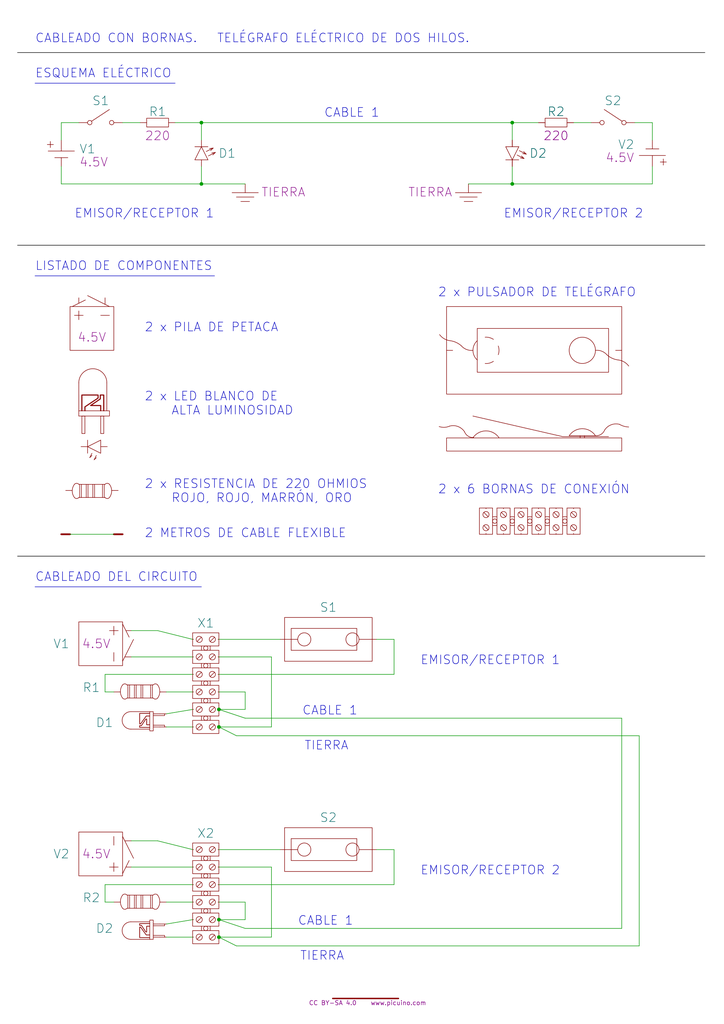
<source format=kicad_sch>
(kicad_sch (version 20211123) (generator eeschema)
  (paper "A4" portrait)
  (title_block (title "Circuitos eléctricos. Cableado con bornas.") (date "14/12/2018") (company "www.picuino.com") (comment 1 "Copyright (c) 2018 by Carlos Pardo") (comment 2 "License CC BY-SA 4.0"))
  (lib_symbols
    (symbol "electric-bornas-telegrafo-rescue:CopyRight-simbolos" (pin_names (offset 1.016))
      (property "License" "Licencia CC BY-SA 4.0" (at 9.525 5.715 0))
      (property "Author" "Carlos Pardo" (at 7.62 3.81 0))
      (property "Date" "© 2018" (at -1.27 3.81 0))
      (property "Web" "www.picuino.com" (at 9.525 1.905 0))
      (symbol "CopyRight-simbolos_0_1"
        (polyline (pts (xy 0 0) (xy 19.05 0)) (stroke (width 0.4064)))
      )
    )
    (symbol "electric-bornas-telegrafo-rescue:LED_pack-simbolos" (pin_names (offset 1.016))
      (property "Reference" "D" (at 8.89 5.08 0))
      (symbol "LED_pack-simbolos_0_1"
        (polyline (pts (xy 0 0) (xy 0 9.652)))
        (polyline (pts (xy 2.54 -8.89) (xy 0.635 -8.89)))
        (polyline (pts (xy 2.54 -6.985) (xy 2.54 -10.795)))
        (polyline (pts (xy 3.175 -12.065) (xy 3.81 -11.43)))
        (polyline (pts (xy 3.81 -10.795) (xy 3.175 -12.065)))
        (polyline (pts (xy 4.445 -12.7) (xy 5.08 -12.065)))
        (polyline (pts (xy 5.08 -11.43) (xy 4.445 -12.7)))
        (polyline (pts (xy 6.35 -8.89) (xy 8.255 -8.89)))
        (polyline (pts (xy 8.128 1.524) (xy 8.128 9.652)))
        (polyline (pts (xy 0 1.524) (xy 8.89 1.524) (xy 8.89 0) (xy 0 0)))
        (polyline (pts (xy 6.35 -6.985) (xy 6.35 -10.795) (xy 2.54 -8.89) (xy 6.35 -6.985)))
        (polyline (pts (xy 0.889 1.524) (xy 0.889 6.096) (xy 5.588 6.096) (xy 5.588 5.207) (xy 1.778 2.667) (xy 1.778 1.524)) (stroke (width 0.3048)))
        (polyline (pts (xy 7.239 1.524) (xy 7.239 6.096) (xy 6.223 6.096) (xy 6.223 4.953) (xy 3.429 3.048) (xy 6.35 3.048) (xy 6.35 1.524)) (stroke (width 0.3048)))
        (rectangle (start 0.889 0) (end 1.778 -5.08))
        (rectangle (start 6.35 0) (end 7.239 -5.08))
        (arc (start 8.128 9.652) (mid 4.064 13.716) (end 0 9.652))
      )
    )
    (symbol "electric-bornas-telegrafo-rescue:LED_pack_5mm-simbolos" (pin_names (offset 1.016))
      (property "Reference" "D" (at 5.08 7.62 0))
      (symbol "LED_pack_5mm-simbolos_0_1"
        (polyline (pts (xy -0.635 10.287) (xy -0.635 4.826)))
        (polyline (pts (xy 0 1.905) (xy 0 3.81)))
        (polyline (pts (xy 3.81 1.905) (xy 3.81 3.81)))
        (polyline (pts (xy 4.445 10.287) (xy 4.445 4.826)))
        (polyline (pts (xy 0 0.508) (xy 0.508 0.508) (xy 0.508 3.81)))
        (polyline (pts (xy 3.81 0.508) (xy 3.302 0.508) (xy 3.302 3.81)))
        (polyline (pts (xy -0.127 4.826) (xy -0.127 7.747) (xy 2.921 7.747) (xy 2.921 7.493) (xy 0.635 5.842) (xy 0.635 4.826)) (stroke (width 0.2032)))
        (polyline (pts (xy 4.445 4.826) (xy -0.635 4.826) (xy -0.635 3.81) (xy 4.953 3.81) (xy 4.953 4.826) (xy 4.445 4.826)))
        (polyline (pts (xy 3.937 4.826) (xy 3.937 7.747) (xy 3.429 7.747) (xy 3.429 7.239) (xy 1.524 5.969) (xy 1.524 5.715) (xy 3.175 5.715) (xy 3.175 4.826)) (stroke (width 0.2032)))
        (arc (start 4.445 10.287) (mid 1.905 12.827) (end -0.635 10.287))
      )
      (symbol "LED_pack_5mm-simbolos_1_1"
        (pin input line (at 0 0 90) (length 1.905) (name "") (number ""))
        (pin input line (at 3.81 0 90) (length 1.905) (name "") (number ""))
      )
    )
    (symbol "electric-bornas-telegrafo-rescue:Pila-simbolos" (pin_names (offset 1.016))
      (property "Reference" "V" (at 5.08 -4.445 0))
      (symbol "Pila-simbolos_0_1"
        (polyline (pts (xy -4.064 -1.27) (xy -2.286 -1.27)))
        (polyline (pts (xy -3.81 -3.175) (xy 3.81 -3.175)))
        (polyline (pts (xy -3.175 -0.381) (xy -3.175 -2.159)))
        (polyline (pts (xy -1.905 -5.08) (xy 1.905 -5.08)))
      )
      (symbol "Pila-simbolos_1_1"
        (pin input line (at 0 -7.62 90) (length 2.54) (name "") (number ""))
        (pin input line (at 0 0 270) (length 3.175) (name "") (number ""))
      )
    )
    (symbol "electric-bornas-telegrafo-rescue:borna_6x2-simbolos" (pin_names (offset 1.016))
      (property "Reference" "X" (at 3.81 3.81 0))
      (symbol "borna_6x2-simbolos_0_1"
        (rectangle (start 0 -23.495) (end 7.62 -27.305))
        (rectangle (start 0 -18.415) (end 7.62 -22.225))
        (rectangle (start 0 -13.335) (end 7.62 -17.145))
        (rectangle (start 0 -8.255) (end 7.62 -12.065))
        (rectangle (start 0 -3.175) (end 7.62 -6.985))
        (polyline (pts (xy 1.27 -26.035) (xy 2.54 -24.765)))
        (polyline (pts (xy 1.27 -20.955) (xy 2.54 -19.685)))
        (polyline (pts (xy 1.27 -15.875) (xy 2.54 -14.605)))
        (polyline (pts (xy 1.27 -10.795) (xy 2.54 -9.525)))
        (polyline (pts (xy 1.27 -5.715) (xy 2.54 -4.445)))
        (polyline (pts (xy 1.27 -0.635) (xy 2.54 0.635)))
        (polyline (pts (xy 2.54 -23.495) (xy 2.54 -22.225)))
        (polyline (pts (xy 2.54 -18.415) (xy 2.54 -17.145)))
        (polyline (pts (xy 2.54 -13.335) (xy 2.54 -12.065)))
        (polyline (pts (xy 2.54 -8.255) (xy 2.54 -6.985)))
        (polyline (pts (xy 2.54 -3.175) (xy 2.54 -1.905)))
        (polyline (pts (xy 5.08 -26.035) (xy 6.35 -24.765)))
        (polyline (pts (xy 5.08 -23.495) (xy 5.08 -22.225)))
        (polyline (pts (xy 5.08 -20.955) (xy 6.35 -19.685)))
        (polyline (pts (xy 5.08 -18.415) (xy 5.08 -17.145)))
        (polyline (pts (xy 5.08 -15.875) (xy 6.35 -14.605)))
        (polyline (pts (xy 5.08 -13.335) (xy 5.08 -12.065)))
        (polyline (pts (xy 5.08 -10.795) (xy 6.35 -9.525)))
        (polyline (pts (xy 5.08 -8.255) (xy 5.08 -6.985)))
        (polyline (pts (xy 5.08 -5.715) (xy 6.35 -4.445)))
        (polyline (pts (xy 5.08 -3.175) (xy 5.08 -1.905)))
        (polyline (pts (xy 5.08 -0.635) (xy 6.35 0.635)))
        (rectangle (start 0 1.905) (end 7.62 -1.905))
        (circle (center 1.905 -25.4) (radius 0.889))
        (circle (center 1.905 -20.32) (radius 0.889))
        (circle (center 1.905 -15.24) (radius 0.889))
        (circle (center 1.905 -10.16) (radius 0.889))
        (circle (center 1.905 -5.08) (radius 0.889))
        (circle (center 1.905 0) (radius 0.889))
        (circle (center 3.81 -22.86) (radius 0.635))
        (circle (center 3.81 -17.78) (radius 0.635))
        (circle (center 3.81 -12.7) (radius 0.635))
        (circle (center 3.81 -7.62) (radius 0.635))
        (circle (center 3.81 -2.54) (radius 0.635))
        (circle (center 5.715 -25.4) (radius 0.889))
        (circle (center 5.715 -20.32) (radius 0.889))
        (circle (center 5.715 -15.24) (radius 0.889))
        (circle (center 5.715 -10.16) (radius 0.889))
        (circle (center 5.715 -5.08) (radius 0.889))
        (circle (center 5.715 0) (radius 0.889))
      )
      (symbol "borna_6x2-simbolos_1_1"
        (pin input line (at 0 -25.4 0) (length 0.254) (name "") (number ""))
        (pin input line (at 0 -20.32 0) (length 0.254) (name "") (number ""))
        (pin input line (at 0 -15.24 0) (length 0.254) (name "") (number ""))
        (pin input line (at 0 -10.16 0) (length 0.254) (name "") (number ""))
        (pin input line (at 0 -5.08 0) (length 0.254) (name "") (number ""))
        (pin input line (at 0 0 0) (length 0.254) (name "") (number ""))
        (pin input line (at 7.62 -25.4 180) (length 0.254) (name "") (number ""))
        (pin input line (at 7.62 -20.32 180) (length 0.254) (name "") (number ""))
        (pin input line (at 7.62 -15.24 180) (length 0.254) (name "") (number ""))
        (pin input line (at 7.62 -10.16 180) (length 0.254) (name "") (number ""))
        (pin input line (at 7.62 -5.08 180) (length 0.254) (name "") (number ""))
        (pin input line (at 7.62 0 180) (length 0.254) (name "") (number ""))
      )
    )
    (symbol "electric-bornas-telegrafo-rescue:cable-simbolos" (pin_names (offset 1.016))
      (symbol "cable-simbolos_0_1"
        (polyline (pts (xy 0 0) (xy 2.54 0)) (stroke (width 0.508)))
      )
      (symbol "cable-simbolos_1_1"
        (pin input line (at 0 0 0) (length 1.778) (name "") (number ""))
        (pin input line (at 2.54 0 180) (length 1.778) (name "") (number ""))
      )
    )
    (symbol "electric-bornas-telegrafo-rescue:diodo_led-simbolos" (pin_names (offset 1.016))
      (property "Reference" "D" (at 5.08 -3.81 0))
      (symbol "diodo_led-simbolos_0_1"
        (polyline (pts (xy 1.397 -4.318) (xy 3.429 -5.334)))
        (polyline (pts (xy 1.905 -5.715) (xy -1.905 -5.715)))
        (polyline (pts (xy 2.032 -3.048) (xy 4.064 -4.064)))
        (polyline (pts (xy 3.429 -5.334) (xy 2.3622 -5.1816)))
        (polyline (pts (xy 3.429 -5.334) (xy 2.667 -4.572)))
        (polyline (pts (xy 4.064 -4.064) (xy 2.9972 -3.9116)))
        (polyline (pts (xy 4.064 -4.064) (xy 3.302 -3.302)))
        (polyline (pts (xy 1.905 -1.905) (xy -1.905 -1.905) (xy 0 -5.715) (xy 1.905 -1.905)))
      )
      (symbol "diodo_led-simbolos_1_1"
        (pin input line (at 0 -7.62 90) (length 1.905) (name "") (number ""))
        (pin input line (at 0 0 270) (length 1.905) (name "") (number ""))
      )
    )
    (symbol "electric-bornas-telegrafo-rescue:pila_petaca-simbolos" (pin_names (offset 1.016))
      (property "Reference" "V" (at 11.43 -8.89 0))
      (property "V" "4.5V" (at 3.81 -12.7 0))
      (symbol "pila_petaca-simbolos_0_1"
        (rectangle (start -2.54 -2.54) (end 10.16 -15.24))
        (polyline (pts (xy -1.27 -5.08) (xy 1.27 -5.08)))
        (polyline (pts (xy -1.27 -2.54) (xy 5.08 0.635)))
        (polyline (pts (xy 7.62 -3.81) (xy 7.62 -6.35)))
        (polyline (pts (xy 8.89 -5.08) (xy 6.35 -5.08)))
        (polyline (pts (xy 9.525 -2.54) (xy 5.715 -0.635)))
      )
      (symbol "pila_petaca-simbolos_1_1"
        (pin input line (at 0 0 270) (length 1.905) (name "") (number ""))
        (pin input line (at 7.62 0 270) (length 1.524) (name "") (number ""))
      )
    )
    (symbol "electric-bornas-telegrafo-rescue:pulsador_telegrafo-simbolos" (pin_names (offset 1.016))
      (property "Reference" "S" (at 1.905 9.525 0))
      (symbol "pulsador_telegrafo-simbolos_0_1"
        (arc (start -2.159 -22.098) (mid -0.6222 -22.3214) (end 0.889 -21.971))
        (arc (start -2.032 4.572) (mid -0.6938 3.3613) (end 1.016 2.794))
        (rectangle (start 0 -25.4) (end 50.8 -29.21))
        (rectangle (start 0 -12.7) (end 50.8 12.7))
        (polyline (pts (xy 35.56 -24.765) (xy 43.18 -24.765)))
        (polyline (pts (xy 38.735 -24.765) (xy 38.735 -25.4)))
        (polyline (pts (xy 40.005 -24.765) (xy 40.005 -25.4)))
        (polyline (pts (xy 46.99 -25.019) (xy 33.655 -25.019) (xy 7.62 -19.05)))
        (arc (start 4.318 1.27) (mid 2.7858 2.2873) (end 1.016 2.794))
        (arc (start 4.318 1.27) (mid 5.8179 0.2354) (end 7.62 0))
        (arc (start 5.207 -23.622) (mid 3.3153 -22.0965) (end 0.889 -21.971))
        (arc (start 5.207 -23.622) (mid 6.2653 -24.8988) (end 7.874 -25.273))
        (arc (start 8.89 2.794) (mid 7.654 0) (end 8.89 -2.794))
        (rectangle (start 8.89 6.35) (end 46.99 -6.35))
        (arc (start 11.176 -3.81) (mid 12.4376 -3.6997) (end 13.589 -3.175))
        (arc (start 13.589 3.175) (mid 12.4359 3.6931) (end 11.176 3.81))
        (arc (start 14.986 -1.27) (mid 15.206 0) (end 14.986 1.27))
        (arc (start 15.24 -25.4) (mid 11.43 -23.3609) (end 7.62 -25.4))
        (circle (center 39.37 0) (radius 3.81))
        (arc (start 43.18 -24.765) (mid 39.37 -22.7259) (end 35.56 -24.765))
        (arc (start 43.18 -24.765) (mid 44.777 -24.3721) (end 45.847 -23.114))
        (arc (start 46.482 -1.27) (mid 44.9821 -0.2354) (end 43.18 0))
        (arc (start 46.482 -1.27) (mid 48.0142 -2.2873) (end 49.784 -2.794))
        (arc (start 50.165 -21.463) (mid 47.7394 -21.5904) (end 45.847 -23.114))
        (arc (start 50.165 -21.463) (mid 51.4494 -22.0148) (end 52.832 -22.225))
        (arc (start 52.832 -4.572) (mid 51.4938 -3.3613) (end 49.784 -2.794))
      )
      (symbol "pulsador_telegrafo-simbolos_1_1"
        (pin input line (at 0 0 0) (length 1.778) (name "") (number ""))
        (pin input line (at 50.8 0 180) (length 1.778) (name "") (number ""))
      )
    )
    (symbol "electric-bornas-telegrafo-rescue:pulsador_telegrafo_2-simbolos" (pin_names (offset 1.016))
      (property "Reference" "S" (at 14.605 8.255 0))
      (symbol "pulsador_telegrafo_2-simbolos_0_1"
        (rectangle (start 1.27 6.35) (end 26.67 -6.35))
        (rectangle (start 5.715 3.175) (end 24.765 -3.175))
        (circle (center 6.985 0) (radius 1.905))
        (circle (center 20.955 0) (radius 1.905))
      )
      (symbol "pulsador_telegrafo_2-simbolos_1_1"
        (pin input line (at 0 0 0) (length 5.08) (name "") (number ""))
        (pin input line (at 27.94 0 180) (length 5.08) (name "") (number ""))
      )
    )
    (symbol "electric-bornas-telegrafo-rescue:resistencia-simbolos" (pin_names (offset 1.016))
      (property "Reference" "R" (at 1.905 -5.08 0))
      (symbol "resistencia-simbolos_0_1"
        (rectangle (start -1.27 -1.905) (end 1.27 -8.255))
      )
      (symbol "resistencia-simbolos_1_1"
        (pin input line (at 0 -10.16 90) (length 1.905) (name "") (number ""))
        (pin input line (at 0 0 270) (length 1.905) (name "") (number ""))
      )
    )
    (symbol "electric-bornas-telegrafo-rescue:resistencia_pack-simbolos" (pin_names (offset 1.016))
      (property "Reference" "R" (at 6.35 3.81 0))
      (property "R" "100" (at 6.985 3.81 0))
      (symbol "resistencia_pack-simbolos_0_1"
        (polyline (pts (xy 3.81 -2.032) (xy 11.43 -2.032)))
        (polyline (pts (xy 3.81 1.778) (xy 11.43 1.778)))
        (polyline (pts (xy 4.064 1.778) (xy 4.064 -2.032)))
        (polyline (pts (xy 4.572 1.778) (xy 4.572 -2.032)))
        (polyline (pts (xy 5.969 1.778) (xy 5.969 -2.032)))
        (polyline (pts (xy 6.477 1.778) (xy 6.477 -2.032)))
        (polyline (pts (xy 7.874 1.778) (xy 7.874 -2.032)))
        (polyline (pts (xy 8.382 1.778) (xy 8.382 -2.032)))
        (polyline (pts (xy 10.668 1.778) (xy 10.668 -2.032)))
        (polyline (pts (xy 11.176 1.778) (xy 11.176 -2.032)))
        (arc (start 2.54 -2.032) (mid 3.175 -2.3372) (end 3.81 -2.032))
        (arc (start 2.54 1.778) (mid 1.905 -0.127) (end 2.54 -2.032))
        (arc (start 3.81 1.778) (mid 3.175 2.0832) (end 2.54 1.778))
        (arc (start 11.43 -2.032) (mid 12.065 -2.3372) (end 12.7 -2.032))
        (arc (start 12.7 -2.032) (mid 13.335 -0.127) (end 12.7 1.778))
        (arc (start 12.7 1.778) (mid 12.065 2.0832) (end 11.43 1.778))
      )
      (symbol "resistencia_pack-simbolos_1_1"
        (pin input line (at 0 0 0) (length 1.905) (name "") (number ""))
        (pin input line (at 15.24 0 180) (length 1.905) (name "") (number ""))
      )
    )
    (symbol "electric-bornas-telegrafo-rescue:switch-simbolos" (pin_names (offset 1.016))
      (property "Reference" "S" (at 4.445 3.175 0))
      (symbol "switch-simbolos_0_0"
        (polyline (pts (xy 8.89 3.81) (xy 3.683 0.381)))
        (circle (center 3.175 0) (radius 0.635))
        (circle (center 9.525 0) (radius 0.635))
      )
      (symbol "switch-simbolos_1_1"
        (pin input line (at 0 0 0) (length 2.54) (name "") (number ""))
        (pin input line (at 12.7 0 180) (length 2.54) (name "") (number ""))
      )
    )
    (symbol "electric-bornas-telegrafo-rescue:tierra-simbolos" (pin_names (offset 1.016))
      (symbol "tierra-simbolos_0_0"
        (polyline (pts (xy -3.81 -2.54) (xy 3.81 -2.54)))
        (polyline (pts (xy -2.54 -3.81) (xy 2.54 -3.81)))
        (polyline (pts (xy -1.27 -5.08) (xy 1.27 -5.08)))
      )
      (symbol "tierra-simbolos_1_1"
        (pin input line (at 0 0 270) (length 2.54) (name "") (number ""))
      )
    )
  )
  (junction (at 58.42 53.34))
  (junction (at 148.59 53.34))
  (junction (at 148.59 35.56))
  (junction (at 63.5 266.7))
  (junction (at 63.5 205.74))
  (junction (at 63.5 271.78))
  (junction (at 63.5 210.82))
  (junction (at 58.42 35.56))
  (wire (pts (xy 17.78 53.34) (xy 58.42 53.34)))
  (wire (pts (xy 38.1 251.46) (xy 55.88 251.46)))
  (wire (pts (xy 55.88 266.7) (xy 48.26 267.97)))
  (wire (pts (xy 63.5 266.7) (xy 71.12 269.24)))
  (wire (pts (xy 30.48 200.66) (xy 33.02 200.66)))
  (wire (pts (xy 71.12 200.66) (xy 71.12 205.74)))
  (wire (pts (xy 63.5 185.42) (xy 81.28 185.42)))
  (wire (pts (xy 68.58 274.32) (xy 185.42 274.32)))
  (wire (pts (xy 71.12 261.62) (xy 71.12 266.7)))
  (wire (pts (xy 58.42 53.34) (xy 71.12 53.34)))
  (wire (pts (xy 58.42 40.64) (xy 58.42 35.56)))
  (polyline (pts (xy 5.08 161.29) (xy 204.47 161.29)) (stroke (width 0) (type solid) (color 0 0 0 1)))
  (wire (pts (xy 38.1 243.84) (xy 45.72 243.84)))
  (wire (pts (xy 189.23 35.56) (xy 184.15 35.56)))
  (wire (pts (xy 78.74 210.82) (xy 78.74 190.5)))
  (wire (pts (xy 48.26 200.66) (xy 55.88 200.66)))
  (wire (pts (xy 63.5 210.82) (xy 68.58 213.36)))
  (wire (pts (xy 63.5 195.58) (xy 114.3 195.58)))
  (wire (pts (xy 30.48 261.62) (xy 33.02 261.62)))
  (polyline (pts (xy 10.16 170.18) (xy 58.42 170.18)) (stroke (width 0) (type solid)))
  (wire (pts (xy 50.8 35.56) (xy 58.42 35.56)))
  (wire (pts (xy 185.42 274.32) (xy 185.42 213.36)))
  (wire (pts (xy 38.1 190.5) (xy 55.88 190.5)))
  (wire (pts (xy 30.48 256.54) (xy 55.88 256.54)))
  (polyline (pts (xy 10.16 24.13) (xy 50.8 24.13)) (stroke (width 0) (type solid)))
  (wire (pts (xy 189.23 48.26) (xy 189.23 53.34)))
  (wire (pts (xy 20.32 154.94) (xy 33.02 154.94)))
  (wire (pts (xy 63.5 205.74) (xy 71.12 208.28)))
  (wire (pts (xy 45.72 182.88) (xy 55.88 185.42)))
  (wire (pts (xy 189.23 53.34) (xy 148.59 53.34)))
  (wire (pts (xy 171.45 35.56) (xy 166.37 35.56)))
  (wire (pts (xy 45.72 243.84) (xy 55.88 246.38)))
  (wire (pts (xy 148.59 40.64) (xy 148.59 35.56)))
  (wire (pts (xy 71.12 208.28) (xy 180.34 208.28)))
  (wire (pts (xy 63.5 246.38) (xy 81.28 246.38)))
  (polyline (pts (xy 5.08 15.24) (xy 204.47 15.24)) (stroke (width 0) (type solid) (color 0 0 0 1)))
  (wire (pts (xy 180.34 269.24) (xy 180.34 208.28)))
  (wire (pts (xy 114.3 246.38) (xy 109.22 246.38)))
  (wire (pts (xy 63.5 261.62) (xy 71.12 261.62)))
  (wire (pts (xy 114.3 185.42) (xy 109.22 185.42)))
  (polyline (pts (xy 10.16 80.01) (xy 62.23 80.01)) (stroke (width 0) (type solid)))
  (wire (pts (xy 58.42 53.34) (xy 58.42 48.26)))
  (wire (pts (xy 63.5 200.66) (xy 71.12 200.66)))
  (wire (pts (xy 58.42 35.56) (xy 148.59 35.56)))
  (wire (pts (xy 78.74 251.46) (xy 63.5 251.46)))
  (wire (pts (xy 48.26 271.78) (xy 55.88 271.78)))
  (wire (pts (xy 148.59 53.34) (xy 148.59 48.26)))
  (wire (pts (xy 30.48 195.58) (xy 55.88 195.58)))
  (wire (pts (xy 17.78 35.56) (xy 22.86 35.56)))
  (wire (pts (xy 17.78 48.26) (xy 17.78 53.34)))
  (wire (pts (xy 35.56 35.56) (xy 40.64 35.56)))
  (wire (pts (xy 71.12 266.7) (xy 63.5 266.7)))
  (wire (pts (xy 156.21 35.56) (xy 148.59 35.56)))
  (wire (pts (xy 68.58 213.36) (xy 185.42 213.36)))
  (wire (pts (xy 114.3 195.58) (xy 114.3 185.42)))
  (wire (pts (xy 71.12 205.74) (xy 63.5 205.74)))
  (wire (pts (xy 71.12 269.24) (xy 180.34 269.24)))
  (wire (pts (xy 17.78 35.56) (xy 17.78 40.64)))
  (wire (pts (xy 63.5 271.78) (xy 78.74 271.78)))
  (wire (pts (xy 38.1 182.88) (xy 45.72 182.88)))
  (wire (pts (xy 189.23 35.56) (xy 189.23 40.64)))
  (wire (pts (xy 114.3 256.54) (xy 114.3 246.38)))
  (wire (pts (xy 30.48 195.58) (xy 30.48 200.66)))
  (wire (pts (xy 78.74 190.5) (xy 63.5 190.5)))
  (wire (pts (xy 63.5 256.54) (xy 114.3 256.54)))
  (wire (pts (xy 30.48 256.54) (xy 30.48 261.62)))
  (wire (pts (xy 148.59 53.34) (xy 135.89 53.34)))
  (wire (pts (xy 78.74 271.78) (xy 78.74 251.46)))
  (polyline (pts (xy 5.08 71.12) (xy 204.47 71.12)) (stroke (width 0) (type solid) (color 0 0 0 1)))
  (wire (pts (xy 48.26 261.62) (xy 55.88 261.62)))
  (wire (pts (xy 55.88 205.74) (xy 48.26 207.01)))
  (wire (pts (xy 63.5 210.82) (xy 78.74 210.82)))
  (wire (pts (xy 63.5 271.78) (xy 68.58 274.32)))
  (wire (pts (xy 48.26 210.82) (xy 55.88 210.82)))
  (text "EMISOR/RECEPTOR 1" (at 121.92 193.04 0) (effects (font (size 2.54 2.54)) (justify left bottom)))
  (text "CABLE 1" (at 86.36 268.605 0) (effects (font (size 2.54 2.54)) (justify left bottom)))
  (text "CABLEADO DEL CIRCUITO" (at 10.16 168.91 0) (effects (font (size 2.54 2.54)) (justify left bottom)))
  (text "CABLEADO CON BORNAS.   TELÉGRAFO ELÉCTRICO DE DOS HILOS." (at 10.16 12.7 0) (effects (font (size 2.54 2.54)) (justify left bottom)))
  (text "EMISOR/RECEPTOR 2" (at 146.05 63.5 0) (effects (font (size 2.54 2.54)) (justify left bottom)))
  (text "ESQUEMA ELÉCTRICO" (at 10.16 22.86 0) (effects (font (size 2.54 2.54)) (justify left bottom)))
  (text "CABLE 1" (at 93.98 34.29 0) (effects (font (size 2.54 2.54)) (justify left bottom)))
  (text "TIERRA" (at 88.265 217.805 0) (effects (font (size 2.54 2.54)) (justify left bottom)))
  (text "LISTADO DE COMPONENTES" (at 10.16 78.74 0) (effects (font (size 2.54 2.54)) (justify left bottom)))
  (text "CABLE 1" (at 87.63 207.645 0) (effects (font (size 2.54 2.54)) (justify left bottom)))
  (text "2 x RESISTENCIA DE 220 OHMIOS\n    ROJO, ROJO, MARRÓN, ORO" (at 41.91 146.05 0) (effects (font (size 2.54 2.54)) (justify left bottom)))
  (text "2 x PILA DE PETACA" (at 41.91 96.52 0) (effects (font (size 2.54 2.54)) (justify left bottom)))
  (text "TIERRA" (at 86.995 278.765 0) (effects (font (size 2.54 2.54)) (justify left bottom)))
  (text "2 x PULSADOR DE TELÉGRAFO" (at 127 86.36 0) (effects (font (size 2.54 2.54)) (justify left bottom)))
  (text "EMISOR/RECEPTOR 2" (at 121.92 254 0) (effects (font (size 2.54 2.54)) (justify left bottom)))
  (text "2 x 6 BORNAS DE CONEXIÓN" (at 127 143.51 0) (effects (font (size 2.54 2.54)) (justify left bottom)))
  (text "2 x LED BLANCO DE \n    ALTA LUMINOSIDAD" (at 41.91 120.65 0) (effects (font (size 2.54 2.54)) (justify left bottom)))
  (text "2 METROS DE CABLE FLEXIBLE" (at 41.91 156.21 0) (effects (font (size 2.54 2.54)) (justify left bottom)))
  (text "EMISOR/RECEPTOR 1" (at 21.59 63.5 0) (effects (font (size 2.54 2.54)) (justify left bottom)))
  (symbol (lib_id "electric-bornas-telegrafo-rescue:CopyRight-simbolos") (at 96.52 289.56 0) (unit 1)
    (property "Reference" "CP1" (effects hide))
    (property "Value" "CopyRight" (effects hide))
    (property "License" "CC BY-SA 4.0" (at 96.52 290.83 0))
    (property "Web" "www.picuino.com" (at 115.57 290.83 0))
  )
  (symbol (lib_id "electric-bornas-telegrafo-rescue:Pila-simbolos") (at 17.78 40.64 0) (unit 1)
    (property "Reference" "V1" (at 22.86 43.18 0) (effects (font (size 2.54 2.54)) (justify left)))
    (property "Value" "Pila" (effects hide))
    (property "V" "4.5V" (at 22.86 46.99 0) (effects (font (size 2.54 2.54)) (justify left)))
  )
  (symbol (lib_id "electric-bornas-telegrafo-rescue:LED_pack_5mm-simbolos") (at 48.26 207.01 90) (mirror x) (unit 1)
    (property "Reference" "D1" (at 33.02 209.55 90) (effects (font (size 2.54 2.54)) (justify left)))
    (property "Value" "LED_pack_5mm" (effects hide))
  )
  (symbol (lib_id "electric-bornas-telegrafo-rescue:diodo_led-simbolos") (at 58.42 48.26 0) (mirror x) (unit 1)
    (property "Reference" "D1" (at 63.1952 44.45 0) (effects (font (size 2.54 2.54)) (justify left)))
    (property "Value" "diodo_led" (effects hide))
  )
  (symbol (lib_id "electric-bornas-telegrafo-rescue:switch-simbolos") (at 22.86 35.56 0) (unit 1)
    (property "Reference" "S1" (at 29.21 29.21 0) (effects (font (size 2.54 2.54))))
    (property "Value" "switch" (effects hide))
  )
  (symbol (lib_id "electric-bornas-telegrafo-rescue:resistencia_pack-simbolos") (at 33.02 200.66 0) (mirror x) (unit 1)
    (property "Reference" "R1" (at 29.21 199.39 0) (effects (font (size 2.54 2.54)) (justify right)))
    (property "Value" "resistencia_pack" (effects hide))
    (property "R" "100" (effects hide))
  )
  (symbol (lib_id "electric-bornas-telegrafo-rescue:resistencia-simbolos") (at 40.64 35.56 90) (unit 1)
    (property "Reference" "R1" (at 45.72 32.385 90) (effects (font (size 2.54 2.54))))
    (property "Value" "resistencia" (effects hide))
    (property "R" "220" (at 45.72 39.37 90) (effects (font (size 2.54 2.54))))
  )
  (symbol (lib_id "electric-bornas-telegrafo-rescue:cable-simbolos") (at 33.02 154.94 0) (unit 1)
    (property "Reference" "L?" (effects hide))
    (property "Value" "cable" (effects hide))
  )
  (symbol (lib_id "electric-bornas-telegrafo-rescue:tierra-simbolos") (at 71.12 53.34 0) (unit 1)
    (property "Reference" "V?" (effects hide))
    (property "Value" "tierra" (effects hide))
    (property "LEYENDA" "TIERRA" (at 75.6412 55.7022 0) (effects (font (size 2.54 2.54)) (justify left)))
  )
  (symbol (lib_id "electric-bornas-telegrafo-rescue:Pila-simbolos") (at 189.23 48.26 180) (unit 1)
    (property "Reference" "V2" (at 184.15 41.91 0) (effects (font (size 2.54 2.54)) (justify left)))
    (property "Value" "Pila" (effects hide))
    (property "V" "4.5V" (at 184.15 45.72 0) (effects (font (size 2.54 2.54)) (justify left)))
  )
  (symbol (lib_id "electric-bornas-telegrafo-rescue:diodo_led-simbolos") (at 148.59 40.64 0) (unit 1)
    (property "Reference" "D2" (at 153.3652 44.45 0) (effects (font (size 2.54 2.54)) (justify left)))
    (property "Value" "diodo_led" (effects hide))
  )
  (symbol (lib_id "electric-bornas-telegrafo-rescue:switch-simbolos") (at 184.15 35.56 0) (mirror y) (unit 1)
    (property "Reference" "S2" (at 177.8 29.21 0) (effects (font (size 2.54 2.54))))
    (property "Value" "switch" (effects hide))
  )
  (symbol (lib_id "electric-bornas-telegrafo-rescue:resistencia-simbolos") (at 166.37 35.56 270) (mirror x) (unit 1)
    (property "Reference" "R2" (at 161.29 32.385 90) (effects (font (size 2.54 2.54))))
    (property "Value" "resistencia" (effects hide))
    (property "R" "220" (at 161.29 39.37 90) (effects (font (size 2.54 2.54))))
  )
  (symbol (lib_id "electric-bornas-telegrafo-rescue:pila_petaca-simbolos") (at 30.48 86.36 0) (mirror y) (unit 1)
    (property "Reference" "V?" (effects hide))
    (property "Value" "pila_petaca" (effects hide))
    (property "V" "4.5V" (at 26.67 97.79 0) (effects (font (size 2.54 2.54))))
  )
  (symbol (lib_id "electric-bornas-telegrafo-rescue:LED_pack-simbolos") (at 22.86 120.65 0) (unit 1)
    (property "Reference" "D?" (effects hide))
    (property "Value" "LED_pack" (effects hide))
  )
  (symbol (lib_id "electric-bornas-telegrafo-rescue:resistencia_pack-simbolos") (at 19.05 142.24 0) (unit 1)
    (property "Reference" "R?" (effects hide))
    (property "Value" "resistencia_pack" (effects hide))
    (property "R" "100" (effects hide))
  )
  (symbol (lib_id "electric-bornas-telegrafo-rescue:pulsador_telegrafo-simbolos") (at 129.54 101.6 0) (unit 1)
    (property "Reference" "S?" (effects hide))
    (property "Value" "pulsador_telegrafo" (effects hide))
  )
  (symbol (lib_id "electric-bornas-telegrafo-rescue:borna_6x2-simbolos") (at 166.37 147.32 270) (unit 1)
    (property "Reference" "X?" (effects hide))
    (property "Value" "borna_6x2" (effects hide))
  )
  (symbol (lib_id "electric-bornas-telegrafo-rescue:cable-simbolos") (at 17.78 154.94 0) (unit 1)
    (property "Reference" "L?" (effects hide))
    (property "Value" "cable" (effects hide))
  )
  (symbol (lib_id "electric-bornas-telegrafo-rescue:borna_6x2-simbolos") (at 55.88 185.42 0) (unit 1)
    (property "Reference" "X1" (at 59.69 180.6956 0) (effects (font (size 2.54 2.54))))
    (property "Value" "borna_6x2" (effects hide))
  )
  (symbol (lib_id "electric-bornas-telegrafo-rescue:pila_petaca-simbolos") (at 38.1 190.5 270) (mirror x) (unit 1)
    (property "Reference" "V1" (at 20.32 186.69 90) (effects (font (size 2.54 2.54)) (justify right)))
    (property "Value" "pila_petaca" (effects hide))
    (property "V" "4.5V" (at 27.94 186.69 90) (effects (font (size 2.54 2.54))))
  )
  (symbol (lib_id "electric-bornas-telegrafo-rescue:pulsador_telegrafo_2-simbolos") (at 109.22 185.42 180) (unit 1)
    (property "Reference" "S1" (at 95.25 176.1236 0) (effects (font (size 2.54 2.54))))
    (property "Value" "pulsador_telegrafo_2" (effects hide))
  )
  (symbol (lib_id "electric-bornas-telegrafo-rescue:LED_pack_5mm-simbolos") (at 48.26 271.78 90) (unit 1)
    (property "Reference" "D2" (at 33.02 269.24 90) (effects (font (size 2.54 2.54)) (justify left)))
    (property "Value" "LED_pack_5mm" (effects hide))
  )
  (symbol (lib_id "electric-bornas-telegrafo-rescue:resistencia_pack-simbolos") (at 33.02 261.62 0) (mirror x) (unit 1)
    (property "Reference" "R2" (at 29.21 260.35 0) (effects (font (size 2.54 2.54)) (justify right)))
    (property "Value" "resistencia_pack" (effects hide))
    (property "R" "100" (effects hide))
  )
  (symbol (lib_id "electric-bornas-telegrafo-rescue:borna_6x2-simbolos") (at 55.88 246.38 0) (unit 1)
    (property "Reference" "X2" (at 59.69 241.6556 0) (effects (font (size 2.54 2.54))))
    (property "Value" "borna_6x2" (effects hide))
  )
  (symbol (lib_id "electric-bornas-telegrafo-rescue:pila_petaca-simbolos") (at 38.1 243.84 270) (unit 1)
    (property "Reference" "V2" (at 20.32 247.65 90) (effects (font (size 2.54 2.54)) (justify right)))
    (property "Value" "pila_petaca" (effects hide))
    (property "V" "4.5V" (at 27.94 247.65 90) (effects (font (size 2.54 2.54))))
  )
  (symbol (lib_id "electric-bornas-telegrafo-rescue:pulsador_telegrafo_2-simbolos") (at 109.22 246.38 180) (unit 1)
    (property "Reference" "S2" (at 95.25 237.0836 0) (effects (font (size 2.54 2.54))))
    (property "Value" "pulsador_telegrafo_2" (effects hide))
  )
  (symbol (lib_id "electric-bornas-telegrafo-rescue:tierra-simbolos") (at 135.89 53.34 0) (mirror y) (unit 1)
    (property "Reference" "V?" (effects hide))
    (property "Value" "tierra" (effects hide))
    (property "LEYENDA" "TIERRA" (at 131.3688 55.7022 0) (effects (font (size 2.54 2.54)) (justify left)))
  )
  (sheet (at 218.44 29.21) (size 66.04 7.62)
    (property "Sheet name" "2" (at 218.44 27.8634 0) (effects (font (size 2.54 2.54)) (justify left bottom)))
    (property "Sheet file" "electric-bornas-telegrafo-2.kicad_sch" (at 218.44 37.9226 0) (effects (font (size 2.54 2.54)) (justify left top)))
  )
)
</source>
